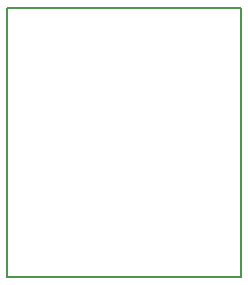
<source format=gm1>
G04 MADE WITH FRITZING*
G04 WWW.FRITZING.ORG*
G04 DOUBLE SIDED*
G04 HOLES PLATED*
G04 CONTOUR ON CENTER OF CONTOUR VECTOR*
%ASAXBY*%
%FSLAX23Y23*%
%MOIN*%
%OFA0B0*%
%SFA1.0B1.0*%
%ADD10R,0.787402X0.905512*%
%ADD11C,0.008000*%
%ADD10C,0.008*%
%LNCONTOUR*%
G90*
G70*
G54D10*
G54D11*
X4Y902D02*
X783Y902D01*
X783Y4D01*
X4Y4D01*
X4Y902D01*
D02*
G04 End of contour*
M02*
</source>
